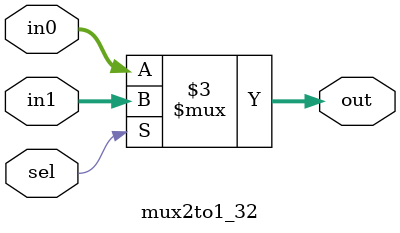
<source format=v>
module mux2to1_32(in0, in1, sel, out);
    input  [31:0] in0;
    input  [31:0] in1;
    input         sel;
    output [31:0] out;
    
    reg [31:0] out;

    // Use dataflow to implement 2-to-1 MUX
    
    //Finish this later, it has been done before
    //(one statement)
    always @ (*) begin
    
        out = (sel == 1'b0) ? in0  : in1;
    
    end

endmodule
</source>
